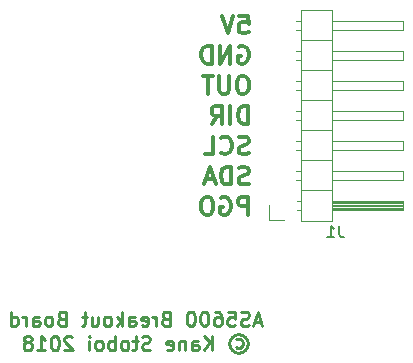
<source format=gbo>
G04 #@! TF.FileFunction,Legend,Bot*
%FSLAX46Y46*%
G04 Gerber Fmt 4.6, Leading zero omitted, Abs format (unit mm)*
G04 Created by KiCad (PCBNEW 4.0.7) date 08/21/18 13:20:54*
%MOMM*%
%LPD*%
G01*
G04 APERTURE LIST*
%ADD10C,0.100000*%
%ADD11C,0.250000*%
%ADD12C,0.300000*%
%ADD13C,0.120000*%
%ADD14C,0.150000*%
G04 APERTURE END LIST*
D10*
D11*
X151764999Y-132175000D02*
X151193570Y-132175000D01*
X151879284Y-132517857D02*
X151479284Y-131317857D01*
X151079284Y-132517857D01*
X150736428Y-132460714D02*
X150564999Y-132517857D01*
X150279285Y-132517857D01*
X150164999Y-132460714D01*
X150107856Y-132403571D01*
X150050713Y-132289286D01*
X150050713Y-132175000D01*
X150107856Y-132060714D01*
X150164999Y-132003571D01*
X150279285Y-131946429D01*
X150507856Y-131889286D01*
X150622142Y-131832143D01*
X150679285Y-131775000D01*
X150736428Y-131660714D01*
X150736428Y-131546429D01*
X150679285Y-131432143D01*
X150622142Y-131375000D01*
X150507856Y-131317857D01*
X150222142Y-131317857D01*
X150050713Y-131375000D01*
X148964999Y-131317857D02*
X149536428Y-131317857D01*
X149593571Y-131889286D01*
X149536428Y-131832143D01*
X149422142Y-131775000D01*
X149136428Y-131775000D01*
X149022142Y-131832143D01*
X148964999Y-131889286D01*
X148907856Y-132003571D01*
X148907856Y-132289286D01*
X148964999Y-132403571D01*
X149022142Y-132460714D01*
X149136428Y-132517857D01*
X149422142Y-132517857D01*
X149536428Y-132460714D01*
X149593571Y-132403571D01*
X147879285Y-131317857D02*
X148107856Y-131317857D01*
X148222142Y-131375000D01*
X148279285Y-131432143D01*
X148393571Y-131603571D01*
X148450714Y-131832143D01*
X148450714Y-132289286D01*
X148393571Y-132403571D01*
X148336428Y-132460714D01*
X148222142Y-132517857D01*
X147993571Y-132517857D01*
X147879285Y-132460714D01*
X147822142Y-132403571D01*
X147764999Y-132289286D01*
X147764999Y-132003571D01*
X147822142Y-131889286D01*
X147879285Y-131832143D01*
X147993571Y-131775000D01*
X148222142Y-131775000D01*
X148336428Y-131832143D01*
X148393571Y-131889286D01*
X148450714Y-132003571D01*
X147022142Y-131317857D02*
X146907857Y-131317857D01*
X146793571Y-131375000D01*
X146736428Y-131432143D01*
X146679285Y-131546429D01*
X146622142Y-131775000D01*
X146622142Y-132060714D01*
X146679285Y-132289286D01*
X146736428Y-132403571D01*
X146793571Y-132460714D01*
X146907857Y-132517857D01*
X147022142Y-132517857D01*
X147136428Y-132460714D01*
X147193571Y-132403571D01*
X147250714Y-132289286D01*
X147307857Y-132060714D01*
X147307857Y-131775000D01*
X147250714Y-131546429D01*
X147193571Y-131432143D01*
X147136428Y-131375000D01*
X147022142Y-131317857D01*
X145879285Y-131317857D02*
X145765000Y-131317857D01*
X145650714Y-131375000D01*
X145593571Y-131432143D01*
X145536428Y-131546429D01*
X145479285Y-131775000D01*
X145479285Y-132060714D01*
X145536428Y-132289286D01*
X145593571Y-132403571D01*
X145650714Y-132460714D01*
X145765000Y-132517857D01*
X145879285Y-132517857D01*
X145993571Y-132460714D01*
X146050714Y-132403571D01*
X146107857Y-132289286D01*
X146165000Y-132060714D01*
X146165000Y-131775000D01*
X146107857Y-131546429D01*
X146050714Y-131432143D01*
X145993571Y-131375000D01*
X145879285Y-131317857D01*
X143650714Y-131889286D02*
X143479285Y-131946429D01*
X143422142Y-132003571D01*
X143364999Y-132117857D01*
X143364999Y-132289286D01*
X143422142Y-132403571D01*
X143479285Y-132460714D01*
X143593571Y-132517857D01*
X144050714Y-132517857D01*
X144050714Y-131317857D01*
X143650714Y-131317857D01*
X143536428Y-131375000D01*
X143479285Y-131432143D01*
X143422142Y-131546429D01*
X143422142Y-131660714D01*
X143479285Y-131775000D01*
X143536428Y-131832143D01*
X143650714Y-131889286D01*
X144050714Y-131889286D01*
X142850714Y-132517857D02*
X142850714Y-131717857D01*
X142850714Y-131946429D02*
X142793571Y-131832143D01*
X142736428Y-131775000D01*
X142622142Y-131717857D01*
X142507857Y-131717857D01*
X141650714Y-132460714D02*
X141765000Y-132517857D01*
X141993571Y-132517857D01*
X142107857Y-132460714D01*
X142165000Y-132346429D01*
X142165000Y-131889286D01*
X142107857Y-131775000D01*
X141993571Y-131717857D01*
X141765000Y-131717857D01*
X141650714Y-131775000D01*
X141593571Y-131889286D01*
X141593571Y-132003571D01*
X142165000Y-132117857D01*
X140565000Y-132517857D02*
X140565000Y-131889286D01*
X140622143Y-131775000D01*
X140736429Y-131717857D01*
X140965000Y-131717857D01*
X141079286Y-131775000D01*
X140565000Y-132460714D02*
X140679286Y-132517857D01*
X140965000Y-132517857D01*
X141079286Y-132460714D01*
X141136429Y-132346429D01*
X141136429Y-132232143D01*
X141079286Y-132117857D01*
X140965000Y-132060714D01*
X140679286Y-132060714D01*
X140565000Y-132003571D01*
X139993572Y-132517857D02*
X139993572Y-131317857D01*
X139879286Y-132060714D02*
X139536429Y-132517857D01*
X139536429Y-131717857D02*
X139993572Y-132175000D01*
X138850714Y-132517857D02*
X138965000Y-132460714D01*
X139022143Y-132403571D01*
X139079286Y-132289286D01*
X139079286Y-131946429D01*
X139022143Y-131832143D01*
X138965000Y-131775000D01*
X138850714Y-131717857D01*
X138679286Y-131717857D01*
X138565000Y-131775000D01*
X138507857Y-131832143D01*
X138450714Y-131946429D01*
X138450714Y-132289286D01*
X138507857Y-132403571D01*
X138565000Y-132460714D01*
X138679286Y-132517857D01*
X138850714Y-132517857D01*
X137422143Y-131717857D02*
X137422143Y-132517857D01*
X137936429Y-131717857D02*
X137936429Y-132346429D01*
X137879286Y-132460714D01*
X137765000Y-132517857D01*
X137593572Y-132517857D01*
X137479286Y-132460714D01*
X137422143Y-132403571D01*
X137022143Y-131717857D02*
X136565000Y-131717857D01*
X136850715Y-131317857D02*
X136850715Y-132346429D01*
X136793572Y-132460714D01*
X136679286Y-132517857D01*
X136565000Y-132517857D01*
X134850715Y-131889286D02*
X134679286Y-131946429D01*
X134622143Y-132003571D01*
X134565000Y-132117857D01*
X134565000Y-132289286D01*
X134622143Y-132403571D01*
X134679286Y-132460714D01*
X134793572Y-132517857D01*
X135250715Y-132517857D01*
X135250715Y-131317857D01*
X134850715Y-131317857D01*
X134736429Y-131375000D01*
X134679286Y-131432143D01*
X134622143Y-131546429D01*
X134622143Y-131660714D01*
X134679286Y-131775000D01*
X134736429Y-131832143D01*
X134850715Y-131889286D01*
X135250715Y-131889286D01*
X133879286Y-132517857D02*
X133993572Y-132460714D01*
X134050715Y-132403571D01*
X134107858Y-132289286D01*
X134107858Y-131946429D01*
X134050715Y-131832143D01*
X133993572Y-131775000D01*
X133879286Y-131717857D01*
X133707858Y-131717857D01*
X133593572Y-131775000D01*
X133536429Y-131832143D01*
X133479286Y-131946429D01*
X133479286Y-132289286D01*
X133536429Y-132403571D01*
X133593572Y-132460714D01*
X133707858Y-132517857D01*
X133879286Y-132517857D01*
X132450715Y-132517857D02*
X132450715Y-131889286D01*
X132507858Y-131775000D01*
X132622144Y-131717857D01*
X132850715Y-131717857D01*
X132965001Y-131775000D01*
X132450715Y-132460714D02*
X132565001Y-132517857D01*
X132850715Y-132517857D01*
X132965001Y-132460714D01*
X133022144Y-132346429D01*
X133022144Y-132232143D01*
X132965001Y-132117857D01*
X132850715Y-132060714D01*
X132565001Y-132060714D01*
X132450715Y-132003571D01*
X131879287Y-132517857D02*
X131879287Y-131717857D01*
X131879287Y-131946429D02*
X131822144Y-131832143D01*
X131765001Y-131775000D01*
X131650715Y-131717857D01*
X131536430Y-131717857D01*
X130622144Y-132517857D02*
X130622144Y-131317857D01*
X130622144Y-132460714D02*
X130736430Y-132517857D01*
X130965001Y-132517857D01*
X131079287Y-132460714D01*
X131136430Y-132403571D01*
X131193573Y-132289286D01*
X131193573Y-131946429D01*
X131136430Y-131832143D01*
X131079287Y-131775000D01*
X130965001Y-131717857D01*
X130736430Y-131717857D01*
X130622144Y-131775000D01*
X149622142Y-133653571D02*
X149736428Y-133596429D01*
X149964999Y-133596429D01*
X150079285Y-133653571D01*
X150193571Y-133767857D01*
X150250714Y-133882143D01*
X150250714Y-134110714D01*
X150193571Y-134225000D01*
X150079285Y-134339286D01*
X149964999Y-134396429D01*
X149736428Y-134396429D01*
X149622142Y-134339286D01*
X149850714Y-133196429D02*
X150136428Y-133253571D01*
X150422142Y-133425000D01*
X150593571Y-133710714D01*
X150650714Y-133996429D01*
X150593571Y-134282143D01*
X150422142Y-134567857D01*
X150136428Y-134739286D01*
X149850714Y-134796429D01*
X149564999Y-134739286D01*
X149279285Y-134567857D01*
X149107856Y-134282143D01*
X149050714Y-133996429D01*
X149107856Y-133710714D01*
X149279285Y-133425000D01*
X149564999Y-133253571D01*
X149850714Y-133196429D01*
X147622142Y-134567857D02*
X147622142Y-133367857D01*
X146936427Y-134567857D02*
X147450713Y-133882143D01*
X146936427Y-133367857D02*
X147622142Y-134053571D01*
X145907856Y-134567857D02*
X145907856Y-133939286D01*
X145964999Y-133825000D01*
X146079285Y-133767857D01*
X146307856Y-133767857D01*
X146422142Y-133825000D01*
X145907856Y-134510714D02*
X146022142Y-134567857D01*
X146307856Y-134567857D01*
X146422142Y-134510714D01*
X146479285Y-134396429D01*
X146479285Y-134282143D01*
X146422142Y-134167857D01*
X146307856Y-134110714D01*
X146022142Y-134110714D01*
X145907856Y-134053571D01*
X145336428Y-133767857D02*
X145336428Y-134567857D01*
X145336428Y-133882143D02*
X145279285Y-133825000D01*
X145164999Y-133767857D01*
X144993571Y-133767857D01*
X144879285Y-133825000D01*
X144822142Y-133939286D01*
X144822142Y-134567857D01*
X143793571Y-134510714D02*
X143907857Y-134567857D01*
X144136428Y-134567857D01*
X144250714Y-134510714D01*
X144307857Y-134396429D01*
X144307857Y-133939286D01*
X144250714Y-133825000D01*
X144136428Y-133767857D01*
X143907857Y-133767857D01*
X143793571Y-133825000D01*
X143736428Y-133939286D01*
X143736428Y-134053571D01*
X144307857Y-134167857D01*
X142365000Y-134510714D02*
X142193571Y-134567857D01*
X141907857Y-134567857D01*
X141793571Y-134510714D01*
X141736428Y-134453571D01*
X141679285Y-134339286D01*
X141679285Y-134225000D01*
X141736428Y-134110714D01*
X141793571Y-134053571D01*
X141907857Y-133996429D01*
X142136428Y-133939286D01*
X142250714Y-133882143D01*
X142307857Y-133825000D01*
X142365000Y-133710714D01*
X142365000Y-133596429D01*
X142307857Y-133482143D01*
X142250714Y-133425000D01*
X142136428Y-133367857D01*
X141850714Y-133367857D01*
X141679285Y-133425000D01*
X141336428Y-133767857D02*
X140879285Y-133767857D01*
X141165000Y-133367857D02*
X141165000Y-134396429D01*
X141107857Y-134510714D01*
X140993571Y-134567857D01*
X140879285Y-134567857D01*
X140307857Y-134567857D02*
X140422143Y-134510714D01*
X140479286Y-134453571D01*
X140536429Y-134339286D01*
X140536429Y-133996429D01*
X140479286Y-133882143D01*
X140422143Y-133825000D01*
X140307857Y-133767857D01*
X140136429Y-133767857D01*
X140022143Y-133825000D01*
X139965000Y-133882143D01*
X139907857Y-133996429D01*
X139907857Y-134339286D01*
X139965000Y-134453571D01*
X140022143Y-134510714D01*
X140136429Y-134567857D01*
X140307857Y-134567857D01*
X139393572Y-134567857D02*
X139393572Y-133367857D01*
X139393572Y-133825000D02*
X139279286Y-133767857D01*
X139050715Y-133767857D01*
X138936429Y-133825000D01*
X138879286Y-133882143D01*
X138822143Y-133996429D01*
X138822143Y-134339286D01*
X138879286Y-134453571D01*
X138936429Y-134510714D01*
X139050715Y-134567857D01*
X139279286Y-134567857D01*
X139393572Y-134510714D01*
X138136429Y-134567857D02*
X138250715Y-134510714D01*
X138307858Y-134453571D01*
X138365001Y-134339286D01*
X138365001Y-133996429D01*
X138307858Y-133882143D01*
X138250715Y-133825000D01*
X138136429Y-133767857D01*
X137965001Y-133767857D01*
X137850715Y-133825000D01*
X137793572Y-133882143D01*
X137736429Y-133996429D01*
X137736429Y-134339286D01*
X137793572Y-134453571D01*
X137850715Y-134510714D01*
X137965001Y-134567857D01*
X138136429Y-134567857D01*
X137222144Y-134567857D02*
X137222144Y-133767857D01*
X137222144Y-133367857D02*
X137279287Y-133425000D01*
X137222144Y-133482143D01*
X137165001Y-133425000D01*
X137222144Y-133367857D01*
X137222144Y-133482143D01*
X135793572Y-133482143D02*
X135736429Y-133425000D01*
X135622143Y-133367857D01*
X135336429Y-133367857D01*
X135222143Y-133425000D01*
X135165000Y-133482143D01*
X135107857Y-133596429D01*
X135107857Y-133710714D01*
X135165000Y-133882143D01*
X135850714Y-134567857D01*
X135107857Y-134567857D01*
X134365000Y-133367857D02*
X134250715Y-133367857D01*
X134136429Y-133425000D01*
X134079286Y-133482143D01*
X134022143Y-133596429D01*
X133965000Y-133825000D01*
X133965000Y-134110714D01*
X134022143Y-134339286D01*
X134079286Y-134453571D01*
X134136429Y-134510714D01*
X134250715Y-134567857D01*
X134365000Y-134567857D01*
X134479286Y-134510714D01*
X134536429Y-134453571D01*
X134593572Y-134339286D01*
X134650715Y-134110714D01*
X134650715Y-133825000D01*
X134593572Y-133596429D01*
X134536429Y-133482143D01*
X134479286Y-133425000D01*
X134365000Y-133367857D01*
X132822143Y-134567857D02*
X133507858Y-134567857D01*
X133165000Y-134567857D02*
X133165000Y-133367857D01*
X133279286Y-133539286D01*
X133393572Y-133653571D01*
X133507858Y-133710714D01*
X132136429Y-133882143D02*
X132250715Y-133825000D01*
X132307858Y-133767857D01*
X132365001Y-133653571D01*
X132365001Y-133596429D01*
X132307858Y-133482143D01*
X132250715Y-133425000D01*
X132136429Y-133367857D01*
X131907858Y-133367857D01*
X131793572Y-133425000D01*
X131736429Y-133482143D01*
X131679286Y-133596429D01*
X131679286Y-133653571D01*
X131736429Y-133767857D01*
X131793572Y-133825000D01*
X131907858Y-133882143D01*
X132136429Y-133882143D01*
X132250715Y-133939286D01*
X132307858Y-133996429D01*
X132365001Y-134110714D01*
X132365001Y-134339286D01*
X132307858Y-134453571D01*
X132250715Y-134510714D01*
X132136429Y-134567857D01*
X131907858Y-134567857D01*
X131793572Y-134510714D01*
X131736429Y-134453571D01*
X131679286Y-134339286D01*
X131679286Y-134110714D01*
X131736429Y-133996429D01*
X131793572Y-133939286D01*
X131907858Y-133882143D01*
D12*
X150642857Y-123099571D02*
X150642857Y-121599571D01*
X150071429Y-121599571D01*
X149928571Y-121671000D01*
X149857143Y-121742429D01*
X149785714Y-121885286D01*
X149785714Y-122099571D01*
X149857143Y-122242429D01*
X149928571Y-122313857D01*
X150071429Y-122385286D01*
X150642857Y-122385286D01*
X148357143Y-121671000D02*
X148500000Y-121599571D01*
X148714286Y-121599571D01*
X148928571Y-121671000D01*
X149071429Y-121813857D01*
X149142857Y-121956714D01*
X149214286Y-122242429D01*
X149214286Y-122456714D01*
X149142857Y-122742429D01*
X149071429Y-122885286D01*
X148928571Y-123028143D01*
X148714286Y-123099571D01*
X148571429Y-123099571D01*
X148357143Y-123028143D01*
X148285714Y-122956714D01*
X148285714Y-122456714D01*
X148571429Y-122456714D01*
X147357143Y-121599571D02*
X147071429Y-121599571D01*
X146928571Y-121671000D01*
X146785714Y-121813857D01*
X146714286Y-122099571D01*
X146714286Y-122599571D01*
X146785714Y-122885286D01*
X146928571Y-123028143D01*
X147071429Y-123099571D01*
X147357143Y-123099571D01*
X147500000Y-123028143D01*
X147642857Y-122885286D01*
X147714286Y-122599571D01*
X147714286Y-122099571D01*
X147642857Y-121813857D01*
X147500000Y-121671000D01*
X147357143Y-121599571D01*
X150714286Y-120468143D02*
X150500000Y-120539571D01*
X150142857Y-120539571D01*
X150000000Y-120468143D01*
X149928571Y-120396714D01*
X149857143Y-120253857D01*
X149857143Y-120111000D01*
X149928571Y-119968143D01*
X150000000Y-119896714D01*
X150142857Y-119825286D01*
X150428571Y-119753857D01*
X150571429Y-119682429D01*
X150642857Y-119611000D01*
X150714286Y-119468143D01*
X150714286Y-119325286D01*
X150642857Y-119182429D01*
X150571429Y-119111000D01*
X150428571Y-119039571D01*
X150071429Y-119039571D01*
X149857143Y-119111000D01*
X149214286Y-120539571D02*
X149214286Y-119039571D01*
X148857143Y-119039571D01*
X148642858Y-119111000D01*
X148500000Y-119253857D01*
X148428572Y-119396714D01*
X148357143Y-119682429D01*
X148357143Y-119896714D01*
X148428572Y-120182429D01*
X148500000Y-120325286D01*
X148642858Y-120468143D01*
X148857143Y-120539571D01*
X149214286Y-120539571D01*
X147785715Y-120111000D02*
X147071429Y-120111000D01*
X147928572Y-120539571D02*
X147428572Y-119039571D01*
X146928572Y-120539571D01*
X150714286Y-117908143D02*
X150500000Y-117979571D01*
X150142857Y-117979571D01*
X150000000Y-117908143D01*
X149928571Y-117836714D01*
X149857143Y-117693857D01*
X149857143Y-117551000D01*
X149928571Y-117408143D01*
X150000000Y-117336714D01*
X150142857Y-117265286D01*
X150428571Y-117193857D01*
X150571429Y-117122429D01*
X150642857Y-117051000D01*
X150714286Y-116908143D01*
X150714286Y-116765286D01*
X150642857Y-116622429D01*
X150571429Y-116551000D01*
X150428571Y-116479571D01*
X150071429Y-116479571D01*
X149857143Y-116551000D01*
X148357143Y-117836714D02*
X148428572Y-117908143D01*
X148642858Y-117979571D01*
X148785715Y-117979571D01*
X149000000Y-117908143D01*
X149142858Y-117765286D01*
X149214286Y-117622429D01*
X149285715Y-117336714D01*
X149285715Y-117122429D01*
X149214286Y-116836714D01*
X149142858Y-116693857D01*
X149000000Y-116551000D01*
X148785715Y-116479571D01*
X148642858Y-116479571D01*
X148428572Y-116551000D01*
X148357143Y-116622429D01*
X147000000Y-117979571D02*
X147714286Y-117979571D01*
X147714286Y-116479571D01*
X150642857Y-115419571D02*
X150642857Y-113919571D01*
X150285714Y-113919571D01*
X150071429Y-113991000D01*
X149928571Y-114133857D01*
X149857143Y-114276714D01*
X149785714Y-114562429D01*
X149785714Y-114776714D01*
X149857143Y-115062429D01*
X149928571Y-115205286D01*
X150071429Y-115348143D01*
X150285714Y-115419571D01*
X150642857Y-115419571D01*
X149142857Y-115419571D02*
X149142857Y-113919571D01*
X147571428Y-115419571D02*
X148071428Y-114705286D01*
X148428571Y-115419571D02*
X148428571Y-113919571D01*
X147857143Y-113919571D01*
X147714285Y-113991000D01*
X147642857Y-114062429D01*
X147571428Y-114205286D01*
X147571428Y-114419571D01*
X147642857Y-114562429D01*
X147714285Y-114633857D01*
X147857143Y-114705286D01*
X148428571Y-114705286D01*
X150357143Y-111359571D02*
X150071429Y-111359571D01*
X149928571Y-111431000D01*
X149785714Y-111573857D01*
X149714286Y-111859571D01*
X149714286Y-112359571D01*
X149785714Y-112645286D01*
X149928571Y-112788143D01*
X150071429Y-112859571D01*
X150357143Y-112859571D01*
X150500000Y-112788143D01*
X150642857Y-112645286D01*
X150714286Y-112359571D01*
X150714286Y-111859571D01*
X150642857Y-111573857D01*
X150500000Y-111431000D01*
X150357143Y-111359571D01*
X149071428Y-111359571D02*
X149071428Y-112573857D01*
X149000000Y-112716714D01*
X148928571Y-112788143D01*
X148785714Y-112859571D01*
X148500000Y-112859571D01*
X148357142Y-112788143D01*
X148285714Y-112716714D01*
X148214285Y-112573857D01*
X148214285Y-111359571D01*
X147714285Y-111359571D02*
X146857142Y-111359571D01*
X147285713Y-112859571D02*
X147285713Y-111359571D01*
X149857143Y-108871000D02*
X150000000Y-108799571D01*
X150214286Y-108799571D01*
X150428571Y-108871000D01*
X150571429Y-109013857D01*
X150642857Y-109156714D01*
X150714286Y-109442429D01*
X150714286Y-109656714D01*
X150642857Y-109942429D01*
X150571429Y-110085286D01*
X150428571Y-110228143D01*
X150214286Y-110299571D01*
X150071429Y-110299571D01*
X149857143Y-110228143D01*
X149785714Y-110156714D01*
X149785714Y-109656714D01*
X150071429Y-109656714D01*
X149142857Y-110299571D02*
X149142857Y-108799571D01*
X148285714Y-110299571D01*
X148285714Y-108799571D01*
X147571428Y-110299571D02*
X147571428Y-108799571D01*
X147214285Y-108799571D01*
X147000000Y-108871000D01*
X146857142Y-109013857D01*
X146785714Y-109156714D01*
X146714285Y-109442429D01*
X146714285Y-109656714D01*
X146785714Y-109942429D01*
X146857142Y-110085286D01*
X147000000Y-110228143D01*
X147214285Y-110299571D01*
X147571428Y-110299571D01*
X149928571Y-106239571D02*
X150642857Y-106239571D01*
X150714286Y-106953857D01*
X150642857Y-106882429D01*
X150500000Y-106811000D01*
X150142857Y-106811000D01*
X150000000Y-106882429D01*
X149928571Y-106953857D01*
X149857143Y-107096714D01*
X149857143Y-107453857D01*
X149928571Y-107596714D01*
X150000000Y-107668143D01*
X150142857Y-107739571D01*
X150500000Y-107739571D01*
X150642857Y-107668143D01*
X150714286Y-107596714D01*
X149428572Y-106239571D02*
X148928572Y-107739571D01*
X148428572Y-106239571D01*
D13*
X155110000Y-123631000D02*
X155110000Y-105731000D01*
X155110000Y-105731000D02*
X157770000Y-105731000D01*
X157770000Y-105731000D02*
X157770000Y-123631000D01*
X157770000Y-123631000D02*
X155110000Y-123631000D01*
X157770000Y-122681000D02*
X163770000Y-122681000D01*
X163770000Y-122681000D02*
X163770000Y-121921000D01*
X163770000Y-121921000D02*
X157770000Y-121921000D01*
X157770000Y-122621000D02*
X163770000Y-122621000D01*
X157770000Y-122501000D02*
X163770000Y-122501000D01*
X157770000Y-122381000D02*
X163770000Y-122381000D01*
X157770000Y-122261000D02*
X163770000Y-122261000D01*
X157770000Y-122141000D02*
X163770000Y-122141000D01*
X157770000Y-122021000D02*
X163770000Y-122021000D01*
X154780000Y-122681000D02*
X155110000Y-122681000D01*
X154780000Y-121921000D02*
X155110000Y-121921000D01*
X155110000Y-121031000D02*
X157770000Y-121031000D01*
X157770000Y-120141000D02*
X163770000Y-120141000D01*
X163770000Y-120141000D02*
X163770000Y-119381000D01*
X163770000Y-119381000D02*
X157770000Y-119381000D01*
X154712929Y-120141000D02*
X155110000Y-120141000D01*
X154712929Y-119381000D02*
X155110000Y-119381000D01*
X155110000Y-118491000D02*
X157770000Y-118491000D01*
X157770000Y-117601000D02*
X163770000Y-117601000D01*
X163770000Y-117601000D02*
X163770000Y-116841000D01*
X163770000Y-116841000D02*
X157770000Y-116841000D01*
X154712929Y-117601000D02*
X155110000Y-117601000D01*
X154712929Y-116841000D02*
X155110000Y-116841000D01*
X155110000Y-115951000D02*
X157770000Y-115951000D01*
X157770000Y-115061000D02*
X163770000Y-115061000D01*
X163770000Y-115061000D02*
X163770000Y-114301000D01*
X163770000Y-114301000D02*
X157770000Y-114301000D01*
X154712929Y-115061000D02*
X155110000Y-115061000D01*
X154712929Y-114301000D02*
X155110000Y-114301000D01*
X155110000Y-113411000D02*
X157770000Y-113411000D01*
X157770000Y-112521000D02*
X163770000Y-112521000D01*
X163770000Y-112521000D02*
X163770000Y-111761000D01*
X163770000Y-111761000D02*
X157770000Y-111761000D01*
X154712929Y-112521000D02*
X155110000Y-112521000D01*
X154712929Y-111761000D02*
X155110000Y-111761000D01*
X155110000Y-110871000D02*
X157770000Y-110871000D01*
X157770000Y-109981000D02*
X163770000Y-109981000D01*
X163770000Y-109981000D02*
X163770000Y-109221000D01*
X163770000Y-109221000D02*
X157770000Y-109221000D01*
X154712929Y-109981000D02*
X155110000Y-109981000D01*
X154712929Y-109221000D02*
X155110000Y-109221000D01*
X155110000Y-108331000D02*
X157770000Y-108331000D01*
X157770000Y-107441000D02*
X163770000Y-107441000D01*
X163770000Y-107441000D02*
X163770000Y-106681000D01*
X163770000Y-106681000D02*
X157770000Y-106681000D01*
X154712929Y-107441000D02*
X155110000Y-107441000D01*
X154712929Y-106681000D02*
X155110000Y-106681000D01*
X152400000Y-122301000D02*
X152400000Y-123571000D01*
X152400000Y-123571000D02*
X153670000Y-123571000D01*
D14*
X158388333Y-124023381D02*
X158388333Y-124737667D01*
X158435953Y-124880524D01*
X158531191Y-124975762D01*
X158674048Y-125023381D01*
X158769286Y-125023381D01*
X157388333Y-125023381D02*
X157959762Y-125023381D01*
X157674048Y-125023381D02*
X157674048Y-124023381D01*
X157769286Y-124166238D01*
X157864524Y-124261476D01*
X157959762Y-124309095D01*
M02*

</source>
